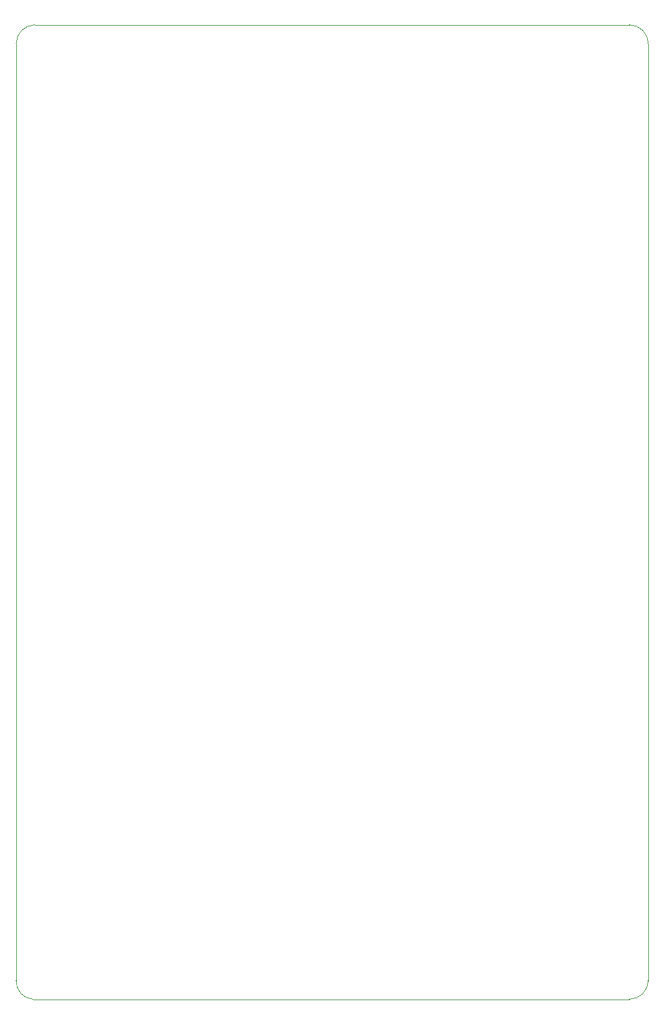
<source format=gbr>
%TF.GenerationSoftware,KiCad,Pcbnew,7.0.2*%
%TF.CreationDate,2023-09-23T20:32:53-04:00*%
%TF.ProjectId,Battery_Monitor_1.2,42617474-6572-4795-9f4d-6f6e69746f72,rev?*%
%TF.SameCoordinates,Original*%
%TF.FileFunction,Profile,NP*%
%FSLAX46Y46*%
G04 Gerber Fmt 4.6, Leading zero omitted, Abs format (unit mm)*
G04 Created by KiCad (PCBNEW 7.0.2) date 2023-09-23 20:32:53*
%MOMM*%
%LPD*%
G01*
G04 APERTURE LIST*
%TA.AperFunction,Profile*%
%ADD10C,0.100000*%
%TD*%
G04 APERTURE END LIST*
D10*
X158750000Y-37084000D02*
G75*
G03*
X156210000Y-34544000I-2540000J0D01*
G01*
X75946000Y-34544000D02*
G75*
G03*
X73406000Y-37084000I0J-2540000D01*
G01*
X156210000Y-166116000D02*
X75692000Y-166116000D01*
X73406000Y-163576000D02*
X73406000Y-37084000D01*
X156210000Y-166116000D02*
G75*
G03*
X158750000Y-163576000I0J2540000D01*
G01*
X75946000Y-34544000D02*
X156210000Y-34544000D01*
X73406001Y-163576000D02*
G75*
G03*
X75692000Y-166115999I2412999J-127000D01*
G01*
X158750000Y-37084000D02*
X158750000Y-163576000D01*
M02*

</source>
